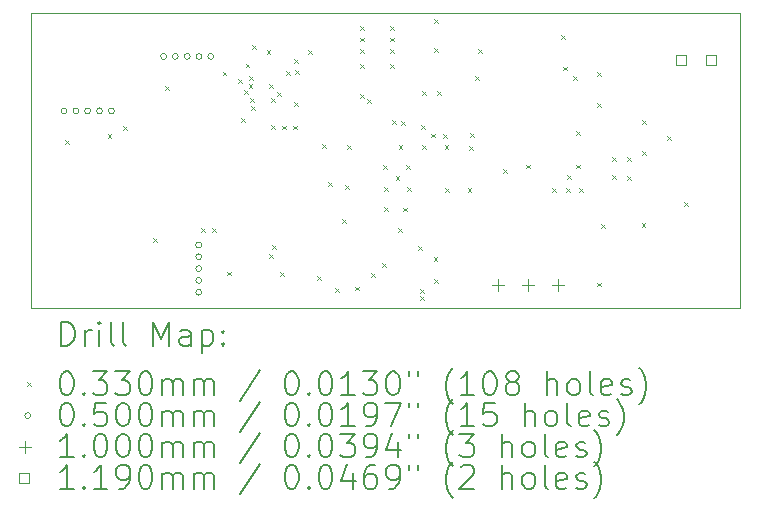
<source format=gbr>
%FSLAX45Y45*%
G04 Gerber Fmt 4.5, Leading zero omitted, Abs format (unit mm)*
G04 Created by KiCad (PCBNEW (6.0.6)) date 2022-07-04 15:46:49*
%MOMM*%
%LPD*%
G01*
G04 APERTURE LIST*
%TA.AperFunction,Profile*%
%ADD10C,0.100000*%
%TD*%
%ADD11C,0.200000*%
%ADD12C,0.033000*%
%ADD13C,0.050000*%
%ADD14C,0.100000*%
%ADD15C,0.119000*%
G04 APERTURE END LIST*
D10*
X10000000Y-5000000D02*
X16000000Y-5000000D01*
X16000000Y-5000000D02*
X16000000Y-7500000D01*
X16000000Y-7500000D02*
X10000000Y-7500000D01*
X10000000Y-7500000D02*
X10000000Y-5000000D01*
D11*
D12*
X10283500Y-6074500D02*
X10316500Y-6107500D01*
X10316500Y-6074500D02*
X10283500Y-6107500D01*
X10645500Y-6021500D02*
X10678500Y-6054500D01*
X10678500Y-6021500D02*
X10645500Y-6054500D01*
X10778500Y-5961000D02*
X10811500Y-5994000D01*
X10811500Y-5961000D02*
X10778500Y-5994000D01*
X11031000Y-6908500D02*
X11064000Y-6941500D01*
X11064000Y-6908500D02*
X11031000Y-6941500D01*
X11133500Y-5615500D02*
X11166500Y-5648500D01*
X11166500Y-5615500D02*
X11133500Y-5648500D01*
X11438500Y-6818500D02*
X11471500Y-6851500D01*
X11471500Y-6818500D02*
X11438500Y-6851500D01*
X11528500Y-6818500D02*
X11561500Y-6851500D01*
X11561500Y-6818500D02*
X11528500Y-6851500D01*
X11618500Y-5496000D02*
X11651500Y-5529000D01*
X11651500Y-5496000D02*
X11618500Y-5529000D01*
X11655500Y-7189500D02*
X11688500Y-7222500D01*
X11688500Y-7189500D02*
X11655500Y-7222500D01*
X11752500Y-5562500D02*
X11785500Y-5595500D01*
X11785500Y-5562500D02*
X11752500Y-5595500D01*
X11778500Y-5886000D02*
X11811500Y-5919000D01*
X11811500Y-5886000D02*
X11778500Y-5919000D01*
X11801000Y-5651000D02*
X11834000Y-5684000D01*
X11834000Y-5651000D02*
X11801000Y-5684000D01*
X11813500Y-5428500D02*
X11846500Y-5461500D01*
X11846500Y-5428500D02*
X11813500Y-5461500D01*
X11838500Y-5601000D02*
X11871500Y-5634000D01*
X11871500Y-5601000D02*
X11838500Y-5634000D01*
X11846000Y-5533500D02*
X11879000Y-5566500D01*
X11879000Y-5533500D02*
X11846000Y-5566500D01*
X11848500Y-5718500D02*
X11881500Y-5751500D01*
X11881500Y-5718500D02*
X11848500Y-5751500D01*
X11861000Y-5786000D02*
X11894000Y-5819000D01*
X11894000Y-5786000D02*
X11861000Y-5819000D01*
X11866000Y-5273500D02*
X11899000Y-5306500D01*
X11899000Y-5273500D02*
X11866000Y-5306500D01*
X11991000Y-5313500D02*
X12024000Y-5346500D01*
X12024000Y-5313500D02*
X11991000Y-5346500D01*
X12013500Y-7040500D02*
X12046500Y-7073500D01*
X12046500Y-7040500D02*
X12013500Y-7073500D01*
X12016000Y-5598500D02*
X12049000Y-5631500D01*
X12049000Y-5598500D02*
X12016000Y-5631500D01*
X12026000Y-5718500D02*
X12059000Y-5751500D01*
X12059000Y-5718500D02*
X12026000Y-5751500D01*
X12026000Y-5951000D02*
X12059000Y-5984000D01*
X12059000Y-5951000D02*
X12026000Y-5984000D01*
X12040500Y-6968500D02*
X12073500Y-7001500D01*
X12073500Y-6968500D02*
X12040500Y-7001500D01*
X12081000Y-5666000D02*
X12114000Y-5699000D01*
X12114000Y-5666000D02*
X12081000Y-5699000D01*
X12107500Y-7196500D02*
X12140500Y-7229500D01*
X12140500Y-7196500D02*
X12107500Y-7229500D01*
X12123500Y-5953500D02*
X12156500Y-5986500D01*
X12156500Y-5953500D02*
X12123500Y-5986500D01*
X12153500Y-5493500D02*
X12186500Y-5526500D01*
X12186500Y-5493500D02*
X12153500Y-5526500D01*
X12216000Y-5953500D02*
X12249000Y-5986500D01*
X12249000Y-5953500D02*
X12216000Y-5986500D01*
X12223500Y-5393500D02*
X12256500Y-5426500D01*
X12256500Y-5393500D02*
X12223500Y-5426500D01*
X12223500Y-5756000D02*
X12256500Y-5789000D01*
X12256500Y-5756000D02*
X12223500Y-5789000D01*
X12233500Y-5483500D02*
X12266500Y-5516500D01*
X12266500Y-5483500D02*
X12233500Y-5516500D01*
X12346000Y-5313500D02*
X12379000Y-5346500D01*
X12379000Y-5313500D02*
X12346000Y-5346500D01*
X12418500Y-7224500D02*
X12451500Y-7257500D01*
X12451500Y-7224500D02*
X12418500Y-7257500D01*
X12458500Y-6108500D02*
X12491500Y-6141500D01*
X12491500Y-6108500D02*
X12458500Y-6141500D01*
X12510500Y-6428500D02*
X12543500Y-6461500D01*
X12543500Y-6428500D02*
X12510500Y-6461500D01*
X12570500Y-7329500D02*
X12603500Y-7362500D01*
X12603500Y-7329500D02*
X12570500Y-7362500D01*
X12631000Y-6748500D02*
X12664000Y-6781500D01*
X12664000Y-6748500D02*
X12631000Y-6781500D01*
X12653500Y-6453500D02*
X12686500Y-6486500D01*
X12686500Y-6453500D02*
X12653500Y-6486500D01*
X12673989Y-6116483D02*
X12706989Y-6149483D01*
X12706989Y-6116483D02*
X12673989Y-6149483D01*
X12743500Y-7316000D02*
X12776500Y-7349000D01*
X12776500Y-7316000D02*
X12743500Y-7349000D01*
X12783500Y-5108500D02*
X12816500Y-5141500D01*
X12816500Y-5108500D02*
X12783500Y-5141500D01*
X12783500Y-5208500D02*
X12816500Y-5241500D01*
X12816500Y-5208500D02*
X12783500Y-5241500D01*
X12783500Y-5308500D02*
X12816500Y-5341500D01*
X12816500Y-5308500D02*
X12783500Y-5341500D01*
X12783500Y-5433500D02*
X12816500Y-5466500D01*
X12816500Y-5433500D02*
X12783500Y-5466500D01*
X12783500Y-5683500D02*
X12816500Y-5716500D01*
X12816500Y-5683500D02*
X12783500Y-5716500D01*
X12838500Y-5731000D02*
X12871500Y-5764000D01*
X12871500Y-5731000D02*
X12838500Y-5764000D01*
X12873500Y-7198500D02*
X12906500Y-7231500D01*
X12906500Y-7198500D02*
X12873500Y-7231500D01*
X12968500Y-7116000D02*
X13001500Y-7149000D01*
X13001500Y-7116000D02*
X12968500Y-7149000D01*
X12981000Y-6288500D02*
X13014000Y-6321500D01*
X13014000Y-6288500D02*
X12981000Y-6321500D01*
X12983500Y-6646000D02*
X13016500Y-6679000D01*
X13016500Y-6646000D02*
X12983500Y-6679000D01*
X12988500Y-6471000D02*
X13021500Y-6504000D01*
X13021500Y-6471000D02*
X12988500Y-6504000D01*
X13033500Y-5108500D02*
X13066500Y-5141500D01*
X13066500Y-5108500D02*
X13033500Y-5141500D01*
X13033500Y-5208500D02*
X13066500Y-5241500D01*
X13066500Y-5208500D02*
X13033500Y-5241500D01*
X13033500Y-5308500D02*
X13066500Y-5341500D01*
X13066500Y-5308500D02*
X13033500Y-5341500D01*
X13033500Y-5433500D02*
X13066500Y-5466500D01*
X13066500Y-5433500D02*
X13033500Y-5466500D01*
X13053500Y-5908500D02*
X13086500Y-5941500D01*
X13086500Y-5908500D02*
X13053500Y-5941500D01*
X13083500Y-6383500D02*
X13116500Y-6416500D01*
X13116500Y-6383500D02*
X13083500Y-6416500D01*
X13103500Y-6818500D02*
X13136500Y-6851500D01*
X13136500Y-6818500D02*
X13103500Y-6851500D01*
X13108500Y-6121000D02*
X13141500Y-6154000D01*
X13141500Y-6121000D02*
X13108500Y-6154000D01*
X13128500Y-5916000D02*
X13161500Y-5949000D01*
X13161500Y-5916000D02*
X13128500Y-5949000D01*
X13144500Y-6647500D02*
X13177500Y-6680500D01*
X13177500Y-6647500D02*
X13144500Y-6680500D01*
X13176000Y-6288500D02*
X13209000Y-6321500D01*
X13209000Y-6288500D02*
X13176000Y-6321500D01*
X13181000Y-6473500D02*
X13214000Y-6506500D01*
X13214000Y-6473500D02*
X13181000Y-6506500D01*
X13276000Y-6971000D02*
X13309000Y-7004000D01*
X13309000Y-6971000D02*
X13276000Y-7004000D01*
X13291000Y-7336000D02*
X13324000Y-7369000D01*
X13324000Y-7336000D02*
X13291000Y-7369000D01*
X13291000Y-7398500D02*
X13324000Y-7431500D01*
X13324000Y-7398500D02*
X13291000Y-7431500D01*
X13301000Y-5951050D02*
X13334000Y-5984050D01*
X13334000Y-5951050D02*
X13301000Y-5984050D01*
X13308500Y-5658500D02*
X13341500Y-5691500D01*
X13341500Y-5658500D02*
X13308500Y-5691500D01*
X13311000Y-6118500D02*
X13344000Y-6151500D01*
X13344000Y-6118500D02*
X13311000Y-6151500D01*
X13386000Y-6021000D02*
X13419000Y-6054000D01*
X13419000Y-6021000D02*
X13386000Y-6054000D01*
X13405480Y-7066669D02*
X13438480Y-7099669D01*
X13438480Y-7066669D02*
X13405480Y-7099669D01*
X13408500Y-5298500D02*
X13441500Y-5331500D01*
X13441500Y-5298500D02*
X13408500Y-5331500D01*
X13408500Y-7256000D02*
X13441500Y-7289000D01*
X13441500Y-7256000D02*
X13408500Y-7289000D01*
X13411000Y-5053500D02*
X13444000Y-5086500D01*
X13444000Y-5053500D02*
X13411000Y-5086500D01*
X13433500Y-5658500D02*
X13466500Y-5691500D01*
X13466500Y-5658500D02*
X13433500Y-5691500D01*
X13483500Y-6023500D02*
X13516500Y-6056500D01*
X13516500Y-6023500D02*
X13483500Y-6056500D01*
X13498507Y-6120575D02*
X13531507Y-6153575D01*
X13531507Y-6120575D02*
X13498507Y-6153575D01*
X13501641Y-6483504D02*
X13534641Y-6516504D01*
X13534641Y-6483504D02*
X13501641Y-6516504D01*
X13693500Y-6483500D02*
X13726500Y-6516500D01*
X13726500Y-6483500D02*
X13693500Y-6516500D01*
X13708500Y-6123500D02*
X13741500Y-6156500D01*
X13741500Y-6123500D02*
X13708500Y-6156500D01*
X13711000Y-6018500D02*
X13744000Y-6051500D01*
X13744000Y-6018500D02*
X13711000Y-6051500D01*
X13753500Y-5531000D02*
X13786500Y-5564000D01*
X13786500Y-5531000D02*
X13753500Y-5564000D01*
X13783942Y-5303199D02*
X13816942Y-5336199D01*
X13816942Y-5303199D02*
X13783942Y-5336199D01*
X13993500Y-6323500D02*
X14026500Y-6356500D01*
X14026500Y-6323500D02*
X13993500Y-6356500D01*
X14186000Y-6283500D02*
X14219000Y-6316500D01*
X14219000Y-6283500D02*
X14186000Y-6316500D01*
X14408500Y-6483500D02*
X14441500Y-6516500D01*
X14441500Y-6483500D02*
X14408500Y-6516500D01*
X14483500Y-5188500D02*
X14516500Y-5221500D01*
X14516500Y-5188500D02*
X14483500Y-5221500D01*
X14498500Y-5453500D02*
X14531500Y-5486500D01*
X14531500Y-5453500D02*
X14498500Y-5486500D01*
X14528500Y-6483500D02*
X14561500Y-6516500D01*
X14561500Y-6483500D02*
X14528500Y-6516500D01*
X14532500Y-6373500D02*
X14565500Y-6406500D01*
X14565500Y-6373500D02*
X14532500Y-6406500D01*
X14583500Y-5533500D02*
X14616500Y-5566500D01*
X14616500Y-5533500D02*
X14583500Y-5566500D01*
X14608500Y-6283500D02*
X14641500Y-6316500D01*
X14641500Y-6283500D02*
X14608500Y-6316500D01*
X14613500Y-6003500D02*
X14646500Y-6036500D01*
X14646500Y-6003500D02*
X14613500Y-6036500D01*
X14633500Y-6483500D02*
X14666500Y-6516500D01*
X14666500Y-6483500D02*
X14633500Y-6516500D01*
X14791000Y-5498500D02*
X14824000Y-5531500D01*
X14824000Y-5498500D02*
X14791000Y-5531500D01*
X14791000Y-5763500D02*
X14824000Y-5796500D01*
X14824000Y-5763500D02*
X14791000Y-5796500D01*
X14792500Y-7282500D02*
X14825500Y-7315500D01*
X14825500Y-7282500D02*
X14792500Y-7315500D01*
X14826000Y-6786000D02*
X14859000Y-6819000D01*
X14859000Y-6786000D02*
X14826000Y-6819000D01*
X14920000Y-6219500D02*
X14953000Y-6252500D01*
X14953000Y-6219500D02*
X14920000Y-6252500D01*
X14920000Y-6374500D02*
X14953000Y-6407500D01*
X14953000Y-6374500D02*
X14920000Y-6407500D01*
X15047000Y-6217500D02*
X15080000Y-6250500D01*
X15080000Y-6217500D02*
X15047000Y-6250500D01*
X15047000Y-6380000D02*
X15080000Y-6413000D01*
X15080000Y-6380000D02*
X15047000Y-6413000D01*
X15166500Y-6780500D02*
X15199500Y-6813500D01*
X15199500Y-6780500D02*
X15166500Y-6813500D01*
X15168500Y-5903500D02*
X15201500Y-5936500D01*
X15201500Y-5903500D02*
X15168500Y-5936500D01*
X15173500Y-6171000D02*
X15206500Y-6204000D01*
X15206500Y-6171000D02*
X15173500Y-6204000D01*
X15378500Y-6043500D02*
X15411500Y-6076500D01*
X15411500Y-6043500D02*
X15378500Y-6076500D01*
X15523500Y-6601000D02*
X15556500Y-6634000D01*
X15556500Y-6601000D02*
X15523500Y-6634000D01*
D13*
X10302000Y-5829000D02*
G75*
G03*
X10302000Y-5829000I-25000J0D01*
G01*
X10402000Y-5829000D02*
G75*
G03*
X10402000Y-5829000I-25000J0D01*
G01*
X10502000Y-5829000D02*
G75*
G03*
X10502000Y-5829000I-25000J0D01*
G01*
X10602000Y-5829000D02*
G75*
G03*
X10602000Y-5829000I-25000J0D01*
G01*
X10702000Y-5829000D02*
G75*
G03*
X10702000Y-5829000I-25000J0D01*
G01*
X11144000Y-5368000D02*
G75*
G03*
X11144000Y-5368000I-25000J0D01*
G01*
X11244000Y-5368000D02*
G75*
G03*
X11244000Y-5368000I-25000J0D01*
G01*
X11344000Y-5368000D02*
G75*
G03*
X11344000Y-5368000I-25000J0D01*
G01*
X11442000Y-6964000D02*
G75*
G03*
X11442000Y-6964000I-25000J0D01*
G01*
X11442000Y-7064000D02*
G75*
G03*
X11442000Y-7064000I-25000J0D01*
G01*
X11442000Y-7164000D02*
G75*
G03*
X11442000Y-7164000I-25000J0D01*
G01*
X11442000Y-7264000D02*
G75*
G03*
X11442000Y-7264000I-25000J0D01*
G01*
X11442000Y-7364000D02*
G75*
G03*
X11442000Y-7364000I-25000J0D01*
G01*
X11444000Y-5368000D02*
G75*
G03*
X11444000Y-5368000I-25000J0D01*
G01*
X11544000Y-5368000D02*
G75*
G03*
X11544000Y-5368000I-25000J0D01*
G01*
D14*
X13947500Y-7250000D02*
X13947500Y-7350000D01*
X13897500Y-7300000D02*
X13997500Y-7300000D01*
X14201500Y-7250000D02*
X14201500Y-7350000D01*
X14151500Y-7300000D02*
X14251500Y-7300000D01*
X14455500Y-7250000D02*
X14455500Y-7350000D01*
X14405500Y-7300000D02*
X14505500Y-7300000D01*
D15*
X15542073Y-5442073D02*
X15542073Y-5357927D01*
X15457927Y-5357927D01*
X15457927Y-5442073D01*
X15542073Y-5442073D01*
X15796073Y-5442073D02*
X15796073Y-5357927D01*
X15711927Y-5357927D01*
X15711927Y-5442073D01*
X15796073Y-5442073D01*
D11*
X10252619Y-7815476D02*
X10252619Y-7615476D01*
X10300238Y-7615476D01*
X10328810Y-7625000D01*
X10347857Y-7644048D01*
X10357381Y-7663095D01*
X10366905Y-7701190D01*
X10366905Y-7729762D01*
X10357381Y-7767857D01*
X10347857Y-7786905D01*
X10328810Y-7805952D01*
X10300238Y-7815476D01*
X10252619Y-7815476D01*
X10452619Y-7815476D02*
X10452619Y-7682143D01*
X10452619Y-7720238D02*
X10462143Y-7701190D01*
X10471667Y-7691667D01*
X10490714Y-7682143D01*
X10509762Y-7682143D01*
X10576429Y-7815476D02*
X10576429Y-7682143D01*
X10576429Y-7615476D02*
X10566905Y-7625000D01*
X10576429Y-7634524D01*
X10585952Y-7625000D01*
X10576429Y-7615476D01*
X10576429Y-7634524D01*
X10700238Y-7815476D02*
X10681190Y-7805952D01*
X10671667Y-7786905D01*
X10671667Y-7615476D01*
X10805000Y-7815476D02*
X10785952Y-7805952D01*
X10776429Y-7786905D01*
X10776429Y-7615476D01*
X11033571Y-7815476D02*
X11033571Y-7615476D01*
X11100238Y-7758333D01*
X11166905Y-7615476D01*
X11166905Y-7815476D01*
X11347857Y-7815476D02*
X11347857Y-7710714D01*
X11338333Y-7691667D01*
X11319286Y-7682143D01*
X11281190Y-7682143D01*
X11262143Y-7691667D01*
X11347857Y-7805952D02*
X11328809Y-7815476D01*
X11281190Y-7815476D01*
X11262143Y-7805952D01*
X11252619Y-7786905D01*
X11252619Y-7767857D01*
X11262143Y-7748809D01*
X11281190Y-7739286D01*
X11328809Y-7739286D01*
X11347857Y-7729762D01*
X11443095Y-7682143D02*
X11443095Y-7882143D01*
X11443095Y-7691667D02*
X11462143Y-7682143D01*
X11500238Y-7682143D01*
X11519286Y-7691667D01*
X11528809Y-7701190D01*
X11538333Y-7720238D01*
X11538333Y-7777381D01*
X11528809Y-7796428D01*
X11519286Y-7805952D01*
X11500238Y-7815476D01*
X11462143Y-7815476D01*
X11443095Y-7805952D01*
X11624048Y-7796428D02*
X11633571Y-7805952D01*
X11624048Y-7815476D01*
X11614524Y-7805952D01*
X11624048Y-7796428D01*
X11624048Y-7815476D01*
X11624048Y-7691667D02*
X11633571Y-7701190D01*
X11624048Y-7710714D01*
X11614524Y-7701190D01*
X11624048Y-7691667D01*
X11624048Y-7710714D01*
D12*
X9962000Y-8128500D02*
X9995000Y-8161500D01*
X9995000Y-8128500D02*
X9962000Y-8161500D01*
D11*
X10290714Y-8035476D02*
X10309762Y-8035476D01*
X10328810Y-8045000D01*
X10338333Y-8054524D01*
X10347857Y-8073571D01*
X10357381Y-8111667D01*
X10357381Y-8159286D01*
X10347857Y-8197381D01*
X10338333Y-8216428D01*
X10328810Y-8225952D01*
X10309762Y-8235476D01*
X10290714Y-8235476D01*
X10271667Y-8225952D01*
X10262143Y-8216428D01*
X10252619Y-8197381D01*
X10243095Y-8159286D01*
X10243095Y-8111667D01*
X10252619Y-8073571D01*
X10262143Y-8054524D01*
X10271667Y-8045000D01*
X10290714Y-8035476D01*
X10443095Y-8216428D02*
X10452619Y-8225952D01*
X10443095Y-8235476D01*
X10433571Y-8225952D01*
X10443095Y-8216428D01*
X10443095Y-8235476D01*
X10519286Y-8035476D02*
X10643095Y-8035476D01*
X10576429Y-8111667D01*
X10605000Y-8111667D01*
X10624048Y-8121190D01*
X10633571Y-8130714D01*
X10643095Y-8149762D01*
X10643095Y-8197381D01*
X10633571Y-8216428D01*
X10624048Y-8225952D01*
X10605000Y-8235476D01*
X10547857Y-8235476D01*
X10528810Y-8225952D01*
X10519286Y-8216428D01*
X10709762Y-8035476D02*
X10833571Y-8035476D01*
X10766905Y-8111667D01*
X10795476Y-8111667D01*
X10814524Y-8121190D01*
X10824048Y-8130714D01*
X10833571Y-8149762D01*
X10833571Y-8197381D01*
X10824048Y-8216428D01*
X10814524Y-8225952D01*
X10795476Y-8235476D01*
X10738333Y-8235476D01*
X10719286Y-8225952D01*
X10709762Y-8216428D01*
X10957381Y-8035476D02*
X10976429Y-8035476D01*
X10995476Y-8045000D01*
X11005000Y-8054524D01*
X11014524Y-8073571D01*
X11024048Y-8111667D01*
X11024048Y-8159286D01*
X11014524Y-8197381D01*
X11005000Y-8216428D01*
X10995476Y-8225952D01*
X10976429Y-8235476D01*
X10957381Y-8235476D01*
X10938333Y-8225952D01*
X10928810Y-8216428D01*
X10919286Y-8197381D01*
X10909762Y-8159286D01*
X10909762Y-8111667D01*
X10919286Y-8073571D01*
X10928810Y-8054524D01*
X10938333Y-8045000D01*
X10957381Y-8035476D01*
X11109762Y-8235476D02*
X11109762Y-8102143D01*
X11109762Y-8121190D02*
X11119286Y-8111667D01*
X11138333Y-8102143D01*
X11166905Y-8102143D01*
X11185952Y-8111667D01*
X11195476Y-8130714D01*
X11195476Y-8235476D01*
X11195476Y-8130714D02*
X11205000Y-8111667D01*
X11224048Y-8102143D01*
X11252619Y-8102143D01*
X11271667Y-8111667D01*
X11281190Y-8130714D01*
X11281190Y-8235476D01*
X11376428Y-8235476D02*
X11376428Y-8102143D01*
X11376428Y-8121190D02*
X11385952Y-8111667D01*
X11405000Y-8102143D01*
X11433571Y-8102143D01*
X11452619Y-8111667D01*
X11462143Y-8130714D01*
X11462143Y-8235476D01*
X11462143Y-8130714D02*
X11471667Y-8111667D01*
X11490714Y-8102143D01*
X11519286Y-8102143D01*
X11538333Y-8111667D01*
X11547857Y-8130714D01*
X11547857Y-8235476D01*
X11938333Y-8025952D02*
X11766905Y-8283095D01*
X12195476Y-8035476D02*
X12214524Y-8035476D01*
X12233571Y-8045000D01*
X12243095Y-8054524D01*
X12252619Y-8073571D01*
X12262143Y-8111667D01*
X12262143Y-8159286D01*
X12252619Y-8197381D01*
X12243095Y-8216428D01*
X12233571Y-8225952D01*
X12214524Y-8235476D01*
X12195476Y-8235476D01*
X12176428Y-8225952D01*
X12166905Y-8216428D01*
X12157381Y-8197381D01*
X12147857Y-8159286D01*
X12147857Y-8111667D01*
X12157381Y-8073571D01*
X12166905Y-8054524D01*
X12176428Y-8045000D01*
X12195476Y-8035476D01*
X12347857Y-8216428D02*
X12357381Y-8225952D01*
X12347857Y-8235476D01*
X12338333Y-8225952D01*
X12347857Y-8216428D01*
X12347857Y-8235476D01*
X12481190Y-8035476D02*
X12500238Y-8035476D01*
X12519286Y-8045000D01*
X12528809Y-8054524D01*
X12538333Y-8073571D01*
X12547857Y-8111667D01*
X12547857Y-8159286D01*
X12538333Y-8197381D01*
X12528809Y-8216428D01*
X12519286Y-8225952D01*
X12500238Y-8235476D01*
X12481190Y-8235476D01*
X12462143Y-8225952D01*
X12452619Y-8216428D01*
X12443095Y-8197381D01*
X12433571Y-8159286D01*
X12433571Y-8111667D01*
X12443095Y-8073571D01*
X12452619Y-8054524D01*
X12462143Y-8045000D01*
X12481190Y-8035476D01*
X12738333Y-8235476D02*
X12624048Y-8235476D01*
X12681190Y-8235476D02*
X12681190Y-8035476D01*
X12662143Y-8064048D01*
X12643095Y-8083095D01*
X12624048Y-8092619D01*
X12805000Y-8035476D02*
X12928809Y-8035476D01*
X12862143Y-8111667D01*
X12890714Y-8111667D01*
X12909762Y-8121190D01*
X12919286Y-8130714D01*
X12928809Y-8149762D01*
X12928809Y-8197381D01*
X12919286Y-8216428D01*
X12909762Y-8225952D01*
X12890714Y-8235476D01*
X12833571Y-8235476D01*
X12814524Y-8225952D01*
X12805000Y-8216428D01*
X13052619Y-8035476D02*
X13071667Y-8035476D01*
X13090714Y-8045000D01*
X13100238Y-8054524D01*
X13109762Y-8073571D01*
X13119286Y-8111667D01*
X13119286Y-8159286D01*
X13109762Y-8197381D01*
X13100238Y-8216428D01*
X13090714Y-8225952D01*
X13071667Y-8235476D01*
X13052619Y-8235476D01*
X13033571Y-8225952D01*
X13024048Y-8216428D01*
X13014524Y-8197381D01*
X13005000Y-8159286D01*
X13005000Y-8111667D01*
X13014524Y-8073571D01*
X13024048Y-8054524D01*
X13033571Y-8045000D01*
X13052619Y-8035476D01*
X13195476Y-8035476D02*
X13195476Y-8073571D01*
X13271667Y-8035476D02*
X13271667Y-8073571D01*
X13566905Y-8311667D02*
X13557381Y-8302143D01*
X13538333Y-8273571D01*
X13528809Y-8254524D01*
X13519286Y-8225952D01*
X13509762Y-8178333D01*
X13509762Y-8140238D01*
X13519286Y-8092619D01*
X13528809Y-8064048D01*
X13538333Y-8045000D01*
X13557381Y-8016428D01*
X13566905Y-8006905D01*
X13747857Y-8235476D02*
X13633571Y-8235476D01*
X13690714Y-8235476D02*
X13690714Y-8035476D01*
X13671667Y-8064048D01*
X13652619Y-8083095D01*
X13633571Y-8092619D01*
X13871667Y-8035476D02*
X13890714Y-8035476D01*
X13909762Y-8045000D01*
X13919286Y-8054524D01*
X13928809Y-8073571D01*
X13938333Y-8111667D01*
X13938333Y-8159286D01*
X13928809Y-8197381D01*
X13919286Y-8216428D01*
X13909762Y-8225952D01*
X13890714Y-8235476D01*
X13871667Y-8235476D01*
X13852619Y-8225952D01*
X13843095Y-8216428D01*
X13833571Y-8197381D01*
X13824048Y-8159286D01*
X13824048Y-8111667D01*
X13833571Y-8073571D01*
X13843095Y-8054524D01*
X13852619Y-8045000D01*
X13871667Y-8035476D01*
X14052619Y-8121190D02*
X14033571Y-8111667D01*
X14024048Y-8102143D01*
X14014524Y-8083095D01*
X14014524Y-8073571D01*
X14024048Y-8054524D01*
X14033571Y-8045000D01*
X14052619Y-8035476D01*
X14090714Y-8035476D01*
X14109762Y-8045000D01*
X14119286Y-8054524D01*
X14128809Y-8073571D01*
X14128809Y-8083095D01*
X14119286Y-8102143D01*
X14109762Y-8111667D01*
X14090714Y-8121190D01*
X14052619Y-8121190D01*
X14033571Y-8130714D01*
X14024048Y-8140238D01*
X14014524Y-8159286D01*
X14014524Y-8197381D01*
X14024048Y-8216428D01*
X14033571Y-8225952D01*
X14052619Y-8235476D01*
X14090714Y-8235476D01*
X14109762Y-8225952D01*
X14119286Y-8216428D01*
X14128809Y-8197381D01*
X14128809Y-8159286D01*
X14119286Y-8140238D01*
X14109762Y-8130714D01*
X14090714Y-8121190D01*
X14366905Y-8235476D02*
X14366905Y-8035476D01*
X14452619Y-8235476D02*
X14452619Y-8130714D01*
X14443095Y-8111667D01*
X14424048Y-8102143D01*
X14395476Y-8102143D01*
X14376428Y-8111667D01*
X14366905Y-8121190D01*
X14576428Y-8235476D02*
X14557381Y-8225952D01*
X14547857Y-8216428D01*
X14538333Y-8197381D01*
X14538333Y-8140238D01*
X14547857Y-8121190D01*
X14557381Y-8111667D01*
X14576428Y-8102143D01*
X14605000Y-8102143D01*
X14624048Y-8111667D01*
X14633571Y-8121190D01*
X14643095Y-8140238D01*
X14643095Y-8197381D01*
X14633571Y-8216428D01*
X14624048Y-8225952D01*
X14605000Y-8235476D01*
X14576428Y-8235476D01*
X14757381Y-8235476D02*
X14738333Y-8225952D01*
X14728809Y-8206905D01*
X14728809Y-8035476D01*
X14909762Y-8225952D02*
X14890714Y-8235476D01*
X14852619Y-8235476D01*
X14833571Y-8225952D01*
X14824048Y-8206905D01*
X14824048Y-8130714D01*
X14833571Y-8111667D01*
X14852619Y-8102143D01*
X14890714Y-8102143D01*
X14909762Y-8111667D01*
X14919286Y-8130714D01*
X14919286Y-8149762D01*
X14824048Y-8168809D01*
X14995476Y-8225952D02*
X15014524Y-8235476D01*
X15052619Y-8235476D01*
X15071667Y-8225952D01*
X15081190Y-8206905D01*
X15081190Y-8197381D01*
X15071667Y-8178333D01*
X15052619Y-8168809D01*
X15024048Y-8168809D01*
X15005000Y-8159286D01*
X14995476Y-8140238D01*
X14995476Y-8130714D01*
X15005000Y-8111667D01*
X15024048Y-8102143D01*
X15052619Y-8102143D01*
X15071667Y-8111667D01*
X15147857Y-8311667D02*
X15157381Y-8302143D01*
X15176428Y-8273571D01*
X15185952Y-8254524D01*
X15195476Y-8225952D01*
X15205000Y-8178333D01*
X15205000Y-8140238D01*
X15195476Y-8092619D01*
X15185952Y-8064048D01*
X15176428Y-8045000D01*
X15157381Y-8016428D01*
X15147857Y-8006905D01*
D13*
X9995000Y-8409000D02*
G75*
G03*
X9995000Y-8409000I-25000J0D01*
G01*
D11*
X10290714Y-8299476D02*
X10309762Y-8299476D01*
X10328810Y-8309000D01*
X10338333Y-8318524D01*
X10347857Y-8337571D01*
X10357381Y-8375667D01*
X10357381Y-8423286D01*
X10347857Y-8461381D01*
X10338333Y-8480429D01*
X10328810Y-8489952D01*
X10309762Y-8499476D01*
X10290714Y-8499476D01*
X10271667Y-8489952D01*
X10262143Y-8480429D01*
X10252619Y-8461381D01*
X10243095Y-8423286D01*
X10243095Y-8375667D01*
X10252619Y-8337571D01*
X10262143Y-8318524D01*
X10271667Y-8309000D01*
X10290714Y-8299476D01*
X10443095Y-8480429D02*
X10452619Y-8489952D01*
X10443095Y-8499476D01*
X10433571Y-8489952D01*
X10443095Y-8480429D01*
X10443095Y-8499476D01*
X10633571Y-8299476D02*
X10538333Y-8299476D01*
X10528810Y-8394714D01*
X10538333Y-8385190D01*
X10557381Y-8375667D01*
X10605000Y-8375667D01*
X10624048Y-8385190D01*
X10633571Y-8394714D01*
X10643095Y-8413762D01*
X10643095Y-8461381D01*
X10633571Y-8480429D01*
X10624048Y-8489952D01*
X10605000Y-8499476D01*
X10557381Y-8499476D01*
X10538333Y-8489952D01*
X10528810Y-8480429D01*
X10766905Y-8299476D02*
X10785952Y-8299476D01*
X10805000Y-8309000D01*
X10814524Y-8318524D01*
X10824048Y-8337571D01*
X10833571Y-8375667D01*
X10833571Y-8423286D01*
X10824048Y-8461381D01*
X10814524Y-8480429D01*
X10805000Y-8489952D01*
X10785952Y-8499476D01*
X10766905Y-8499476D01*
X10747857Y-8489952D01*
X10738333Y-8480429D01*
X10728810Y-8461381D01*
X10719286Y-8423286D01*
X10719286Y-8375667D01*
X10728810Y-8337571D01*
X10738333Y-8318524D01*
X10747857Y-8309000D01*
X10766905Y-8299476D01*
X10957381Y-8299476D02*
X10976429Y-8299476D01*
X10995476Y-8309000D01*
X11005000Y-8318524D01*
X11014524Y-8337571D01*
X11024048Y-8375667D01*
X11024048Y-8423286D01*
X11014524Y-8461381D01*
X11005000Y-8480429D01*
X10995476Y-8489952D01*
X10976429Y-8499476D01*
X10957381Y-8499476D01*
X10938333Y-8489952D01*
X10928810Y-8480429D01*
X10919286Y-8461381D01*
X10909762Y-8423286D01*
X10909762Y-8375667D01*
X10919286Y-8337571D01*
X10928810Y-8318524D01*
X10938333Y-8309000D01*
X10957381Y-8299476D01*
X11109762Y-8499476D02*
X11109762Y-8366143D01*
X11109762Y-8385190D02*
X11119286Y-8375667D01*
X11138333Y-8366143D01*
X11166905Y-8366143D01*
X11185952Y-8375667D01*
X11195476Y-8394714D01*
X11195476Y-8499476D01*
X11195476Y-8394714D02*
X11205000Y-8375667D01*
X11224048Y-8366143D01*
X11252619Y-8366143D01*
X11271667Y-8375667D01*
X11281190Y-8394714D01*
X11281190Y-8499476D01*
X11376428Y-8499476D02*
X11376428Y-8366143D01*
X11376428Y-8385190D02*
X11385952Y-8375667D01*
X11405000Y-8366143D01*
X11433571Y-8366143D01*
X11452619Y-8375667D01*
X11462143Y-8394714D01*
X11462143Y-8499476D01*
X11462143Y-8394714D02*
X11471667Y-8375667D01*
X11490714Y-8366143D01*
X11519286Y-8366143D01*
X11538333Y-8375667D01*
X11547857Y-8394714D01*
X11547857Y-8499476D01*
X11938333Y-8289952D02*
X11766905Y-8547095D01*
X12195476Y-8299476D02*
X12214524Y-8299476D01*
X12233571Y-8309000D01*
X12243095Y-8318524D01*
X12252619Y-8337571D01*
X12262143Y-8375667D01*
X12262143Y-8423286D01*
X12252619Y-8461381D01*
X12243095Y-8480429D01*
X12233571Y-8489952D01*
X12214524Y-8499476D01*
X12195476Y-8499476D01*
X12176428Y-8489952D01*
X12166905Y-8480429D01*
X12157381Y-8461381D01*
X12147857Y-8423286D01*
X12147857Y-8375667D01*
X12157381Y-8337571D01*
X12166905Y-8318524D01*
X12176428Y-8309000D01*
X12195476Y-8299476D01*
X12347857Y-8480429D02*
X12357381Y-8489952D01*
X12347857Y-8499476D01*
X12338333Y-8489952D01*
X12347857Y-8480429D01*
X12347857Y-8499476D01*
X12481190Y-8299476D02*
X12500238Y-8299476D01*
X12519286Y-8309000D01*
X12528809Y-8318524D01*
X12538333Y-8337571D01*
X12547857Y-8375667D01*
X12547857Y-8423286D01*
X12538333Y-8461381D01*
X12528809Y-8480429D01*
X12519286Y-8489952D01*
X12500238Y-8499476D01*
X12481190Y-8499476D01*
X12462143Y-8489952D01*
X12452619Y-8480429D01*
X12443095Y-8461381D01*
X12433571Y-8423286D01*
X12433571Y-8375667D01*
X12443095Y-8337571D01*
X12452619Y-8318524D01*
X12462143Y-8309000D01*
X12481190Y-8299476D01*
X12738333Y-8499476D02*
X12624048Y-8499476D01*
X12681190Y-8499476D02*
X12681190Y-8299476D01*
X12662143Y-8328048D01*
X12643095Y-8347095D01*
X12624048Y-8356619D01*
X12833571Y-8499476D02*
X12871667Y-8499476D01*
X12890714Y-8489952D01*
X12900238Y-8480429D01*
X12919286Y-8451857D01*
X12928809Y-8413762D01*
X12928809Y-8337571D01*
X12919286Y-8318524D01*
X12909762Y-8309000D01*
X12890714Y-8299476D01*
X12852619Y-8299476D01*
X12833571Y-8309000D01*
X12824048Y-8318524D01*
X12814524Y-8337571D01*
X12814524Y-8385190D01*
X12824048Y-8404238D01*
X12833571Y-8413762D01*
X12852619Y-8423286D01*
X12890714Y-8423286D01*
X12909762Y-8413762D01*
X12919286Y-8404238D01*
X12928809Y-8385190D01*
X12995476Y-8299476D02*
X13128809Y-8299476D01*
X13043095Y-8499476D01*
X13195476Y-8299476D02*
X13195476Y-8337571D01*
X13271667Y-8299476D02*
X13271667Y-8337571D01*
X13566905Y-8575667D02*
X13557381Y-8566143D01*
X13538333Y-8537571D01*
X13528809Y-8518524D01*
X13519286Y-8489952D01*
X13509762Y-8442333D01*
X13509762Y-8404238D01*
X13519286Y-8356619D01*
X13528809Y-8328048D01*
X13538333Y-8309000D01*
X13557381Y-8280428D01*
X13566905Y-8270905D01*
X13747857Y-8499476D02*
X13633571Y-8499476D01*
X13690714Y-8499476D02*
X13690714Y-8299476D01*
X13671667Y-8328048D01*
X13652619Y-8347095D01*
X13633571Y-8356619D01*
X13928809Y-8299476D02*
X13833571Y-8299476D01*
X13824048Y-8394714D01*
X13833571Y-8385190D01*
X13852619Y-8375667D01*
X13900238Y-8375667D01*
X13919286Y-8385190D01*
X13928809Y-8394714D01*
X13938333Y-8413762D01*
X13938333Y-8461381D01*
X13928809Y-8480429D01*
X13919286Y-8489952D01*
X13900238Y-8499476D01*
X13852619Y-8499476D01*
X13833571Y-8489952D01*
X13824048Y-8480429D01*
X14176428Y-8499476D02*
X14176428Y-8299476D01*
X14262143Y-8499476D02*
X14262143Y-8394714D01*
X14252619Y-8375667D01*
X14233571Y-8366143D01*
X14205000Y-8366143D01*
X14185952Y-8375667D01*
X14176428Y-8385190D01*
X14385952Y-8499476D02*
X14366905Y-8489952D01*
X14357381Y-8480429D01*
X14347857Y-8461381D01*
X14347857Y-8404238D01*
X14357381Y-8385190D01*
X14366905Y-8375667D01*
X14385952Y-8366143D01*
X14414524Y-8366143D01*
X14433571Y-8375667D01*
X14443095Y-8385190D01*
X14452619Y-8404238D01*
X14452619Y-8461381D01*
X14443095Y-8480429D01*
X14433571Y-8489952D01*
X14414524Y-8499476D01*
X14385952Y-8499476D01*
X14566905Y-8499476D02*
X14547857Y-8489952D01*
X14538333Y-8470905D01*
X14538333Y-8299476D01*
X14719286Y-8489952D02*
X14700238Y-8499476D01*
X14662143Y-8499476D01*
X14643095Y-8489952D01*
X14633571Y-8470905D01*
X14633571Y-8394714D01*
X14643095Y-8375667D01*
X14662143Y-8366143D01*
X14700238Y-8366143D01*
X14719286Y-8375667D01*
X14728809Y-8394714D01*
X14728809Y-8413762D01*
X14633571Y-8432810D01*
X14805000Y-8489952D02*
X14824048Y-8499476D01*
X14862143Y-8499476D01*
X14881190Y-8489952D01*
X14890714Y-8470905D01*
X14890714Y-8461381D01*
X14881190Y-8442333D01*
X14862143Y-8432810D01*
X14833571Y-8432810D01*
X14814524Y-8423286D01*
X14805000Y-8404238D01*
X14805000Y-8394714D01*
X14814524Y-8375667D01*
X14833571Y-8366143D01*
X14862143Y-8366143D01*
X14881190Y-8375667D01*
X14957381Y-8575667D02*
X14966905Y-8566143D01*
X14985952Y-8537571D01*
X14995476Y-8518524D01*
X15005000Y-8489952D01*
X15014524Y-8442333D01*
X15014524Y-8404238D01*
X15005000Y-8356619D01*
X14995476Y-8328048D01*
X14985952Y-8309000D01*
X14966905Y-8280428D01*
X14957381Y-8270905D01*
D14*
X9945000Y-8623000D02*
X9945000Y-8723000D01*
X9895000Y-8673000D02*
X9995000Y-8673000D01*
D11*
X10357381Y-8763476D02*
X10243095Y-8763476D01*
X10300238Y-8763476D02*
X10300238Y-8563476D01*
X10281190Y-8592048D01*
X10262143Y-8611095D01*
X10243095Y-8620619D01*
X10443095Y-8744429D02*
X10452619Y-8753952D01*
X10443095Y-8763476D01*
X10433571Y-8753952D01*
X10443095Y-8744429D01*
X10443095Y-8763476D01*
X10576429Y-8563476D02*
X10595476Y-8563476D01*
X10614524Y-8573000D01*
X10624048Y-8582524D01*
X10633571Y-8601571D01*
X10643095Y-8639667D01*
X10643095Y-8687286D01*
X10633571Y-8725381D01*
X10624048Y-8744429D01*
X10614524Y-8753952D01*
X10595476Y-8763476D01*
X10576429Y-8763476D01*
X10557381Y-8753952D01*
X10547857Y-8744429D01*
X10538333Y-8725381D01*
X10528810Y-8687286D01*
X10528810Y-8639667D01*
X10538333Y-8601571D01*
X10547857Y-8582524D01*
X10557381Y-8573000D01*
X10576429Y-8563476D01*
X10766905Y-8563476D02*
X10785952Y-8563476D01*
X10805000Y-8573000D01*
X10814524Y-8582524D01*
X10824048Y-8601571D01*
X10833571Y-8639667D01*
X10833571Y-8687286D01*
X10824048Y-8725381D01*
X10814524Y-8744429D01*
X10805000Y-8753952D01*
X10785952Y-8763476D01*
X10766905Y-8763476D01*
X10747857Y-8753952D01*
X10738333Y-8744429D01*
X10728810Y-8725381D01*
X10719286Y-8687286D01*
X10719286Y-8639667D01*
X10728810Y-8601571D01*
X10738333Y-8582524D01*
X10747857Y-8573000D01*
X10766905Y-8563476D01*
X10957381Y-8563476D02*
X10976429Y-8563476D01*
X10995476Y-8573000D01*
X11005000Y-8582524D01*
X11014524Y-8601571D01*
X11024048Y-8639667D01*
X11024048Y-8687286D01*
X11014524Y-8725381D01*
X11005000Y-8744429D01*
X10995476Y-8753952D01*
X10976429Y-8763476D01*
X10957381Y-8763476D01*
X10938333Y-8753952D01*
X10928810Y-8744429D01*
X10919286Y-8725381D01*
X10909762Y-8687286D01*
X10909762Y-8639667D01*
X10919286Y-8601571D01*
X10928810Y-8582524D01*
X10938333Y-8573000D01*
X10957381Y-8563476D01*
X11109762Y-8763476D02*
X11109762Y-8630143D01*
X11109762Y-8649190D02*
X11119286Y-8639667D01*
X11138333Y-8630143D01*
X11166905Y-8630143D01*
X11185952Y-8639667D01*
X11195476Y-8658714D01*
X11195476Y-8763476D01*
X11195476Y-8658714D02*
X11205000Y-8639667D01*
X11224048Y-8630143D01*
X11252619Y-8630143D01*
X11271667Y-8639667D01*
X11281190Y-8658714D01*
X11281190Y-8763476D01*
X11376428Y-8763476D02*
X11376428Y-8630143D01*
X11376428Y-8649190D02*
X11385952Y-8639667D01*
X11405000Y-8630143D01*
X11433571Y-8630143D01*
X11452619Y-8639667D01*
X11462143Y-8658714D01*
X11462143Y-8763476D01*
X11462143Y-8658714D02*
X11471667Y-8639667D01*
X11490714Y-8630143D01*
X11519286Y-8630143D01*
X11538333Y-8639667D01*
X11547857Y-8658714D01*
X11547857Y-8763476D01*
X11938333Y-8553952D02*
X11766905Y-8811095D01*
X12195476Y-8563476D02*
X12214524Y-8563476D01*
X12233571Y-8573000D01*
X12243095Y-8582524D01*
X12252619Y-8601571D01*
X12262143Y-8639667D01*
X12262143Y-8687286D01*
X12252619Y-8725381D01*
X12243095Y-8744429D01*
X12233571Y-8753952D01*
X12214524Y-8763476D01*
X12195476Y-8763476D01*
X12176428Y-8753952D01*
X12166905Y-8744429D01*
X12157381Y-8725381D01*
X12147857Y-8687286D01*
X12147857Y-8639667D01*
X12157381Y-8601571D01*
X12166905Y-8582524D01*
X12176428Y-8573000D01*
X12195476Y-8563476D01*
X12347857Y-8744429D02*
X12357381Y-8753952D01*
X12347857Y-8763476D01*
X12338333Y-8753952D01*
X12347857Y-8744429D01*
X12347857Y-8763476D01*
X12481190Y-8563476D02*
X12500238Y-8563476D01*
X12519286Y-8573000D01*
X12528809Y-8582524D01*
X12538333Y-8601571D01*
X12547857Y-8639667D01*
X12547857Y-8687286D01*
X12538333Y-8725381D01*
X12528809Y-8744429D01*
X12519286Y-8753952D01*
X12500238Y-8763476D01*
X12481190Y-8763476D01*
X12462143Y-8753952D01*
X12452619Y-8744429D01*
X12443095Y-8725381D01*
X12433571Y-8687286D01*
X12433571Y-8639667D01*
X12443095Y-8601571D01*
X12452619Y-8582524D01*
X12462143Y-8573000D01*
X12481190Y-8563476D01*
X12614524Y-8563476D02*
X12738333Y-8563476D01*
X12671667Y-8639667D01*
X12700238Y-8639667D01*
X12719286Y-8649190D01*
X12728809Y-8658714D01*
X12738333Y-8677762D01*
X12738333Y-8725381D01*
X12728809Y-8744429D01*
X12719286Y-8753952D01*
X12700238Y-8763476D01*
X12643095Y-8763476D01*
X12624048Y-8753952D01*
X12614524Y-8744429D01*
X12833571Y-8763476D02*
X12871667Y-8763476D01*
X12890714Y-8753952D01*
X12900238Y-8744429D01*
X12919286Y-8715857D01*
X12928809Y-8677762D01*
X12928809Y-8601571D01*
X12919286Y-8582524D01*
X12909762Y-8573000D01*
X12890714Y-8563476D01*
X12852619Y-8563476D01*
X12833571Y-8573000D01*
X12824048Y-8582524D01*
X12814524Y-8601571D01*
X12814524Y-8649190D01*
X12824048Y-8668238D01*
X12833571Y-8677762D01*
X12852619Y-8687286D01*
X12890714Y-8687286D01*
X12909762Y-8677762D01*
X12919286Y-8668238D01*
X12928809Y-8649190D01*
X13100238Y-8630143D02*
X13100238Y-8763476D01*
X13052619Y-8553952D02*
X13005000Y-8696810D01*
X13128809Y-8696810D01*
X13195476Y-8563476D02*
X13195476Y-8601571D01*
X13271667Y-8563476D02*
X13271667Y-8601571D01*
X13566905Y-8839667D02*
X13557381Y-8830143D01*
X13538333Y-8801571D01*
X13528809Y-8782524D01*
X13519286Y-8753952D01*
X13509762Y-8706333D01*
X13509762Y-8668238D01*
X13519286Y-8620619D01*
X13528809Y-8592048D01*
X13538333Y-8573000D01*
X13557381Y-8544429D01*
X13566905Y-8534905D01*
X13624048Y-8563476D02*
X13747857Y-8563476D01*
X13681190Y-8639667D01*
X13709762Y-8639667D01*
X13728809Y-8649190D01*
X13738333Y-8658714D01*
X13747857Y-8677762D01*
X13747857Y-8725381D01*
X13738333Y-8744429D01*
X13728809Y-8753952D01*
X13709762Y-8763476D01*
X13652619Y-8763476D01*
X13633571Y-8753952D01*
X13624048Y-8744429D01*
X13985952Y-8763476D02*
X13985952Y-8563476D01*
X14071667Y-8763476D02*
X14071667Y-8658714D01*
X14062143Y-8639667D01*
X14043095Y-8630143D01*
X14014524Y-8630143D01*
X13995476Y-8639667D01*
X13985952Y-8649190D01*
X14195476Y-8763476D02*
X14176428Y-8753952D01*
X14166905Y-8744429D01*
X14157381Y-8725381D01*
X14157381Y-8668238D01*
X14166905Y-8649190D01*
X14176428Y-8639667D01*
X14195476Y-8630143D01*
X14224048Y-8630143D01*
X14243095Y-8639667D01*
X14252619Y-8649190D01*
X14262143Y-8668238D01*
X14262143Y-8725381D01*
X14252619Y-8744429D01*
X14243095Y-8753952D01*
X14224048Y-8763476D01*
X14195476Y-8763476D01*
X14376428Y-8763476D02*
X14357381Y-8753952D01*
X14347857Y-8734905D01*
X14347857Y-8563476D01*
X14528809Y-8753952D02*
X14509762Y-8763476D01*
X14471667Y-8763476D01*
X14452619Y-8753952D01*
X14443095Y-8734905D01*
X14443095Y-8658714D01*
X14452619Y-8639667D01*
X14471667Y-8630143D01*
X14509762Y-8630143D01*
X14528809Y-8639667D01*
X14538333Y-8658714D01*
X14538333Y-8677762D01*
X14443095Y-8696810D01*
X14614524Y-8753952D02*
X14633571Y-8763476D01*
X14671667Y-8763476D01*
X14690714Y-8753952D01*
X14700238Y-8734905D01*
X14700238Y-8725381D01*
X14690714Y-8706333D01*
X14671667Y-8696810D01*
X14643095Y-8696810D01*
X14624048Y-8687286D01*
X14614524Y-8668238D01*
X14614524Y-8658714D01*
X14624048Y-8639667D01*
X14643095Y-8630143D01*
X14671667Y-8630143D01*
X14690714Y-8639667D01*
X14766905Y-8839667D02*
X14776428Y-8830143D01*
X14795476Y-8801571D01*
X14805000Y-8782524D01*
X14814524Y-8753952D01*
X14824048Y-8706333D01*
X14824048Y-8668238D01*
X14814524Y-8620619D01*
X14805000Y-8592048D01*
X14795476Y-8573000D01*
X14776428Y-8544429D01*
X14766905Y-8534905D01*
D15*
X9977573Y-8979073D02*
X9977573Y-8894927D01*
X9893427Y-8894927D01*
X9893427Y-8979073D01*
X9977573Y-8979073D01*
D11*
X10357381Y-9027476D02*
X10243095Y-9027476D01*
X10300238Y-9027476D02*
X10300238Y-8827476D01*
X10281190Y-8856048D01*
X10262143Y-8875095D01*
X10243095Y-8884619D01*
X10443095Y-9008429D02*
X10452619Y-9017952D01*
X10443095Y-9027476D01*
X10433571Y-9017952D01*
X10443095Y-9008429D01*
X10443095Y-9027476D01*
X10643095Y-9027476D02*
X10528810Y-9027476D01*
X10585952Y-9027476D02*
X10585952Y-8827476D01*
X10566905Y-8856048D01*
X10547857Y-8875095D01*
X10528810Y-8884619D01*
X10738333Y-9027476D02*
X10776429Y-9027476D01*
X10795476Y-9017952D01*
X10805000Y-9008429D01*
X10824048Y-8979857D01*
X10833571Y-8941762D01*
X10833571Y-8865571D01*
X10824048Y-8846524D01*
X10814524Y-8837000D01*
X10795476Y-8827476D01*
X10757381Y-8827476D01*
X10738333Y-8837000D01*
X10728810Y-8846524D01*
X10719286Y-8865571D01*
X10719286Y-8913190D01*
X10728810Y-8932238D01*
X10738333Y-8941762D01*
X10757381Y-8951286D01*
X10795476Y-8951286D01*
X10814524Y-8941762D01*
X10824048Y-8932238D01*
X10833571Y-8913190D01*
X10957381Y-8827476D02*
X10976429Y-8827476D01*
X10995476Y-8837000D01*
X11005000Y-8846524D01*
X11014524Y-8865571D01*
X11024048Y-8903667D01*
X11024048Y-8951286D01*
X11014524Y-8989381D01*
X11005000Y-9008429D01*
X10995476Y-9017952D01*
X10976429Y-9027476D01*
X10957381Y-9027476D01*
X10938333Y-9017952D01*
X10928810Y-9008429D01*
X10919286Y-8989381D01*
X10909762Y-8951286D01*
X10909762Y-8903667D01*
X10919286Y-8865571D01*
X10928810Y-8846524D01*
X10938333Y-8837000D01*
X10957381Y-8827476D01*
X11109762Y-9027476D02*
X11109762Y-8894143D01*
X11109762Y-8913190D02*
X11119286Y-8903667D01*
X11138333Y-8894143D01*
X11166905Y-8894143D01*
X11185952Y-8903667D01*
X11195476Y-8922714D01*
X11195476Y-9027476D01*
X11195476Y-8922714D02*
X11205000Y-8903667D01*
X11224048Y-8894143D01*
X11252619Y-8894143D01*
X11271667Y-8903667D01*
X11281190Y-8922714D01*
X11281190Y-9027476D01*
X11376428Y-9027476D02*
X11376428Y-8894143D01*
X11376428Y-8913190D02*
X11385952Y-8903667D01*
X11405000Y-8894143D01*
X11433571Y-8894143D01*
X11452619Y-8903667D01*
X11462143Y-8922714D01*
X11462143Y-9027476D01*
X11462143Y-8922714D02*
X11471667Y-8903667D01*
X11490714Y-8894143D01*
X11519286Y-8894143D01*
X11538333Y-8903667D01*
X11547857Y-8922714D01*
X11547857Y-9027476D01*
X11938333Y-8817952D02*
X11766905Y-9075095D01*
X12195476Y-8827476D02*
X12214524Y-8827476D01*
X12233571Y-8837000D01*
X12243095Y-8846524D01*
X12252619Y-8865571D01*
X12262143Y-8903667D01*
X12262143Y-8951286D01*
X12252619Y-8989381D01*
X12243095Y-9008429D01*
X12233571Y-9017952D01*
X12214524Y-9027476D01*
X12195476Y-9027476D01*
X12176428Y-9017952D01*
X12166905Y-9008429D01*
X12157381Y-8989381D01*
X12147857Y-8951286D01*
X12147857Y-8903667D01*
X12157381Y-8865571D01*
X12166905Y-8846524D01*
X12176428Y-8837000D01*
X12195476Y-8827476D01*
X12347857Y-9008429D02*
X12357381Y-9017952D01*
X12347857Y-9027476D01*
X12338333Y-9017952D01*
X12347857Y-9008429D01*
X12347857Y-9027476D01*
X12481190Y-8827476D02*
X12500238Y-8827476D01*
X12519286Y-8837000D01*
X12528809Y-8846524D01*
X12538333Y-8865571D01*
X12547857Y-8903667D01*
X12547857Y-8951286D01*
X12538333Y-8989381D01*
X12528809Y-9008429D01*
X12519286Y-9017952D01*
X12500238Y-9027476D01*
X12481190Y-9027476D01*
X12462143Y-9017952D01*
X12452619Y-9008429D01*
X12443095Y-8989381D01*
X12433571Y-8951286D01*
X12433571Y-8903667D01*
X12443095Y-8865571D01*
X12452619Y-8846524D01*
X12462143Y-8837000D01*
X12481190Y-8827476D01*
X12719286Y-8894143D02*
X12719286Y-9027476D01*
X12671667Y-8817952D02*
X12624048Y-8960810D01*
X12747857Y-8960810D01*
X12909762Y-8827476D02*
X12871667Y-8827476D01*
X12852619Y-8837000D01*
X12843095Y-8846524D01*
X12824048Y-8875095D01*
X12814524Y-8913190D01*
X12814524Y-8989381D01*
X12824048Y-9008429D01*
X12833571Y-9017952D01*
X12852619Y-9027476D01*
X12890714Y-9027476D01*
X12909762Y-9017952D01*
X12919286Y-9008429D01*
X12928809Y-8989381D01*
X12928809Y-8941762D01*
X12919286Y-8922714D01*
X12909762Y-8913190D01*
X12890714Y-8903667D01*
X12852619Y-8903667D01*
X12833571Y-8913190D01*
X12824048Y-8922714D01*
X12814524Y-8941762D01*
X13024048Y-9027476D02*
X13062143Y-9027476D01*
X13081190Y-9017952D01*
X13090714Y-9008429D01*
X13109762Y-8979857D01*
X13119286Y-8941762D01*
X13119286Y-8865571D01*
X13109762Y-8846524D01*
X13100238Y-8837000D01*
X13081190Y-8827476D01*
X13043095Y-8827476D01*
X13024048Y-8837000D01*
X13014524Y-8846524D01*
X13005000Y-8865571D01*
X13005000Y-8913190D01*
X13014524Y-8932238D01*
X13024048Y-8941762D01*
X13043095Y-8951286D01*
X13081190Y-8951286D01*
X13100238Y-8941762D01*
X13109762Y-8932238D01*
X13119286Y-8913190D01*
X13195476Y-8827476D02*
X13195476Y-8865571D01*
X13271667Y-8827476D02*
X13271667Y-8865571D01*
X13566905Y-9103667D02*
X13557381Y-9094143D01*
X13538333Y-9065571D01*
X13528809Y-9046524D01*
X13519286Y-9017952D01*
X13509762Y-8970333D01*
X13509762Y-8932238D01*
X13519286Y-8884619D01*
X13528809Y-8856048D01*
X13538333Y-8837000D01*
X13557381Y-8808429D01*
X13566905Y-8798905D01*
X13633571Y-8846524D02*
X13643095Y-8837000D01*
X13662143Y-8827476D01*
X13709762Y-8827476D01*
X13728809Y-8837000D01*
X13738333Y-8846524D01*
X13747857Y-8865571D01*
X13747857Y-8884619D01*
X13738333Y-8913190D01*
X13624048Y-9027476D01*
X13747857Y-9027476D01*
X13985952Y-9027476D02*
X13985952Y-8827476D01*
X14071667Y-9027476D02*
X14071667Y-8922714D01*
X14062143Y-8903667D01*
X14043095Y-8894143D01*
X14014524Y-8894143D01*
X13995476Y-8903667D01*
X13985952Y-8913190D01*
X14195476Y-9027476D02*
X14176428Y-9017952D01*
X14166905Y-9008429D01*
X14157381Y-8989381D01*
X14157381Y-8932238D01*
X14166905Y-8913190D01*
X14176428Y-8903667D01*
X14195476Y-8894143D01*
X14224048Y-8894143D01*
X14243095Y-8903667D01*
X14252619Y-8913190D01*
X14262143Y-8932238D01*
X14262143Y-8989381D01*
X14252619Y-9008429D01*
X14243095Y-9017952D01*
X14224048Y-9027476D01*
X14195476Y-9027476D01*
X14376428Y-9027476D02*
X14357381Y-9017952D01*
X14347857Y-8998905D01*
X14347857Y-8827476D01*
X14528809Y-9017952D02*
X14509762Y-9027476D01*
X14471667Y-9027476D01*
X14452619Y-9017952D01*
X14443095Y-8998905D01*
X14443095Y-8922714D01*
X14452619Y-8903667D01*
X14471667Y-8894143D01*
X14509762Y-8894143D01*
X14528809Y-8903667D01*
X14538333Y-8922714D01*
X14538333Y-8941762D01*
X14443095Y-8960810D01*
X14614524Y-9017952D02*
X14633571Y-9027476D01*
X14671667Y-9027476D01*
X14690714Y-9017952D01*
X14700238Y-8998905D01*
X14700238Y-8989381D01*
X14690714Y-8970333D01*
X14671667Y-8960810D01*
X14643095Y-8960810D01*
X14624048Y-8951286D01*
X14614524Y-8932238D01*
X14614524Y-8922714D01*
X14624048Y-8903667D01*
X14643095Y-8894143D01*
X14671667Y-8894143D01*
X14690714Y-8903667D01*
X14766905Y-9103667D02*
X14776428Y-9094143D01*
X14795476Y-9065571D01*
X14805000Y-9046524D01*
X14814524Y-9017952D01*
X14824048Y-8970333D01*
X14824048Y-8932238D01*
X14814524Y-8884619D01*
X14805000Y-8856048D01*
X14795476Y-8837000D01*
X14776428Y-8808429D01*
X14766905Y-8798905D01*
M02*

</source>
